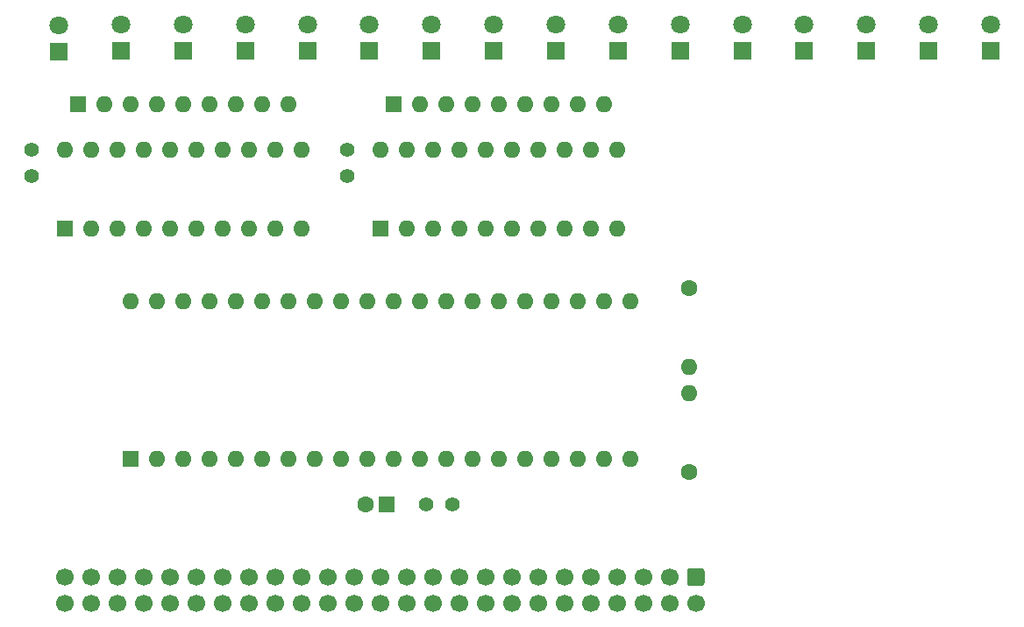
<source format=gts>
G04 #@! TF.GenerationSoftware,KiCad,Pcbnew,(5.1.12)-1*
G04 #@! TF.CreationDate,2024-01-30T17:36:33+00:00*
G04 #@! TF.ProjectId,CPU,4350552e-6b69-4636-9164-5f7063625858,rev?*
G04 #@! TF.SameCoordinates,Original*
G04 #@! TF.FileFunction,Soldermask,Top*
G04 #@! TF.FilePolarity,Negative*
%FSLAX46Y46*%
G04 Gerber Fmt 4.6, Leading zero omitted, Abs format (unit mm)*
G04 Created by KiCad (PCBNEW (5.1.12)-1) date 2024-01-30 17:36:33*
%MOMM*%
%LPD*%
G01*
G04 APERTURE LIST*
%ADD10O,1.600000X1.600000*%
%ADD11R,1.600000X1.600000*%
%ADD12C,1.600000*%
%ADD13C,1.700000*%
%ADD14C,1.800000*%
%ADD15R,1.800000X1.800000*%
%ADD16C,1.400000*%
G04 APERTURE END LIST*
D10*
X180340000Y-116205000D03*
X177800000Y-116205000D03*
X175260000Y-116205000D03*
X172720000Y-116205000D03*
X170180000Y-116205000D03*
X167640000Y-116205000D03*
X165100000Y-116205000D03*
X162560000Y-116205000D03*
D11*
X160020000Y-116205000D03*
D10*
X210820000Y-116205000D03*
X208280000Y-116205000D03*
X205740000Y-116205000D03*
X203200000Y-116205000D03*
X200660000Y-116205000D03*
X198120000Y-116205000D03*
X195580000Y-116205000D03*
X193040000Y-116205000D03*
D11*
X190500000Y-116205000D03*
D10*
X165100000Y-135255000D03*
X213360000Y-150495000D03*
X167640000Y-135255000D03*
X210820000Y-150495000D03*
X170180000Y-135255000D03*
X208280000Y-150495000D03*
X172720000Y-135255000D03*
X205740000Y-150495000D03*
X175260000Y-135255000D03*
X203200000Y-150495000D03*
X177800000Y-135255000D03*
X200660000Y-150495000D03*
X180340000Y-135255000D03*
X198120000Y-150495000D03*
X182880000Y-135255000D03*
X195580000Y-150495000D03*
X185420000Y-135255000D03*
X193040000Y-150495000D03*
X187960000Y-135255000D03*
X190500000Y-150495000D03*
X190500000Y-135255000D03*
X187960000Y-150495000D03*
X193040000Y-135255000D03*
X185420000Y-150495000D03*
X195580000Y-135255000D03*
X182880000Y-150495000D03*
X198120000Y-135255000D03*
X180340000Y-150495000D03*
X200660000Y-135255000D03*
X177800000Y-150495000D03*
X203200000Y-135255000D03*
X175260000Y-150495000D03*
X205740000Y-135255000D03*
X172720000Y-150495000D03*
X208280000Y-135255000D03*
X170180000Y-150495000D03*
X210820000Y-135255000D03*
X167640000Y-150495000D03*
X213360000Y-135255000D03*
D11*
X165100000Y-150495000D03*
D10*
X219075000Y-141605000D03*
D12*
X219075000Y-133985000D03*
D10*
X219075000Y-144145000D03*
D12*
X219075000Y-151765000D03*
D13*
X158750000Y-164465000D03*
X161290000Y-164465000D03*
X163830000Y-164465000D03*
X166370000Y-164465000D03*
X168910000Y-164465000D03*
X171450000Y-164465000D03*
X173990000Y-164465000D03*
X176530000Y-164465000D03*
X179070000Y-164465000D03*
X181610000Y-164465000D03*
X184150000Y-164465000D03*
X186690000Y-164465000D03*
X189230000Y-164465000D03*
X191770000Y-164465000D03*
X194310000Y-164465000D03*
X196850000Y-164465000D03*
X199390000Y-164465000D03*
X201930000Y-164465000D03*
X204470000Y-164465000D03*
X207010000Y-164465000D03*
X209550000Y-164465000D03*
X212090000Y-164465000D03*
X214630000Y-164465000D03*
X217170000Y-164465000D03*
X219710000Y-164465000D03*
X158750000Y-161925000D03*
X161290000Y-161925000D03*
X163830000Y-161925000D03*
X166370000Y-161925000D03*
X168910000Y-161925000D03*
X171450000Y-161925000D03*
X173990000Y-161925000D03*
X176530000Y-161925000D03*
X179070000Y-161925000D03*
X181610000Y-161925000D03*
X184150000Y-161925000D03*
X186690000Y-161925000D03*
X189230000Y-161925000D03*
X191770000Y-161925000D03*
X194310000Y-161925000D03*
X196850000Y-161925000D03*
X199390000Y-161925000D03*
X201930000Y-161925000D03*
X204470000Y-161925000D03*
X207010000Y-161925000D03*
X209550000Y-161925000D03*
X212090000Y-161925000D03*
X214630000Y-161925000D03*
X217170000Y-161925000D03*
G36*
G01*
X219110000Y-161075000D02*
X220310000Y-161075000D01*
G75*
G02*
X220560000Y-161325000I0J-250000D01*
G01*
X220560000Y-162525000D01*
G75*
G02*
X220310000Y-162775000I-250000J0D01*
G01*
X219110000Y-162775000D01*
G75*
G02*
X218860000Y-162525000I0J250000D01*
G01*
X218860000Y-161325000D01*
G75*
G02*
X219110000Y-161075000I250000J0D01*
G01*
G37*
D10*
X189230000Y-120650000D03*
X212090000Y-128270000D03*
X191770000Y-120650000D03*
X209550000Y-128270000D03*
X194310000Y-120650000D03*
X207010000Y-128270000D03*
X196850000Y-120650000D03*
X204470000Y-128270000D03*
X199390000Y-120650000D03*
X201930000Y-128270000D03*
X201930000Y-120650000D03*
X199390000Y-128270000D03*
X204470000Y-120650000D03*
X196850000Y-128270000D03*
X207010000Y-120650000D03*
X194310000Y-128270000D03*
X209550000Y-120650000D03*
X191770000Y-128270000D03*
X212090000Y-120650000D03*
D11*
X189230000Y-128270000D03*
D10*
X158750000Y-120650000D03*
X181610000Y-128270000D03*
X161290000Y-120650000D03*
X179070000Y-128270000D03*
X163830000Y-120650000D03*
X176530000Y-128270000D03*
X166370000Y-120650000D03*
X173990000Y-128270000D03*
X168910000Y-120650000D03*
X171450000Y-128270000D03*
X171450000Y-120650000D03*
X168910000Y-128270000D03*
X173990000Y-120650000D03*
X166370000Y-128270000D03*
X176530000Y-120650000D03*
X163830000Y-128270000D03*
X179070000Y-120650000D03*
X161290000Y-128270000D03*
X181610000Y-120650000D03*
D11*
X158750000Y-128270000D03*
D14*
X248200000Y-108485000D03*
D15*
X248200000Y-111025000D03*
D14*
X242200000Y-108485000D03*
D15*
X242200000Y-111025000D03*
D14*
X236200000Y-108485000D03*
D15*
X236200000Y-111025000D03*
D14*
X230200000Y-108485000D03*
D15*
X230200000Y-111025000D03*
D14*
X224200000Y-108485000D03*
D15*
X224200000Y-111025000D03*
D14*
X218200000Y-108485000D03*
D15*
X218200000Y-111025000D03*
D14*
X212200000Y-108485000D03*
D15*
X212200000Y-111025000D03*
D14*
X206200000Y-108485000D03*
D15*
X206200000Y-111025000D03*
D14*
X200200000Y-108485000D03*
D15*
X200200000Y-111025000D03*
D14*
X194200000Y-108485000D03*
D15*
X194200000Y-111025000D03*
D14*
X188200000Y-108485000D03*
D15*
X188200000Y-111025000D03*
D14*
X182200000Y-108485000D03*
D15*
X182200000Y-111025000D03*
D14*
X176200000Y-108485000D03*
D15*
X176200000Y-111025000D03*
D14*
X170200000Y-108485000D03*
D15*
X170200000Y-111025000D03*
D14*
X164200000Y-108485000D03*
D15*
X164200000Y-111025000D03*
D14*
X158200000Y-108575000D03*
D15*
X158200000Y-111115000D03*
D12*
X187865000Y-154940000D03*
D11*
X189865000Y-154940000D03*
D16*
X186055000Y-123150000D03*
X186055000Y-120650000D03*
X155575000Y-123150000D03*
X155575000Y-120650000D03*
X196175000Y-154940000D03*
X193675000Y-154940000D03*
M02*

</source>
